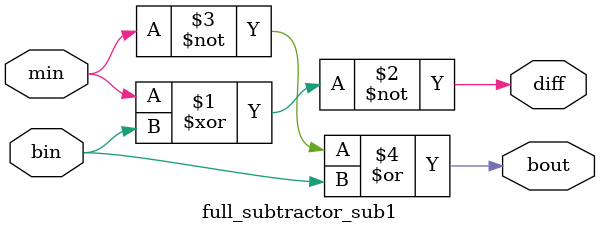
<source format=v>
`timescale 1ns / 1ps

// Subtractor with subtrahend = 1
module full_subtractor_sub1(
output wire diff,  //difference
output wire bout,  //borrow out
input wire min,    // minuend
input wire bin     // borrow in
    );
xnor(diff,min,bin);
or(bout,~min,bin);
endmodule

</source>
